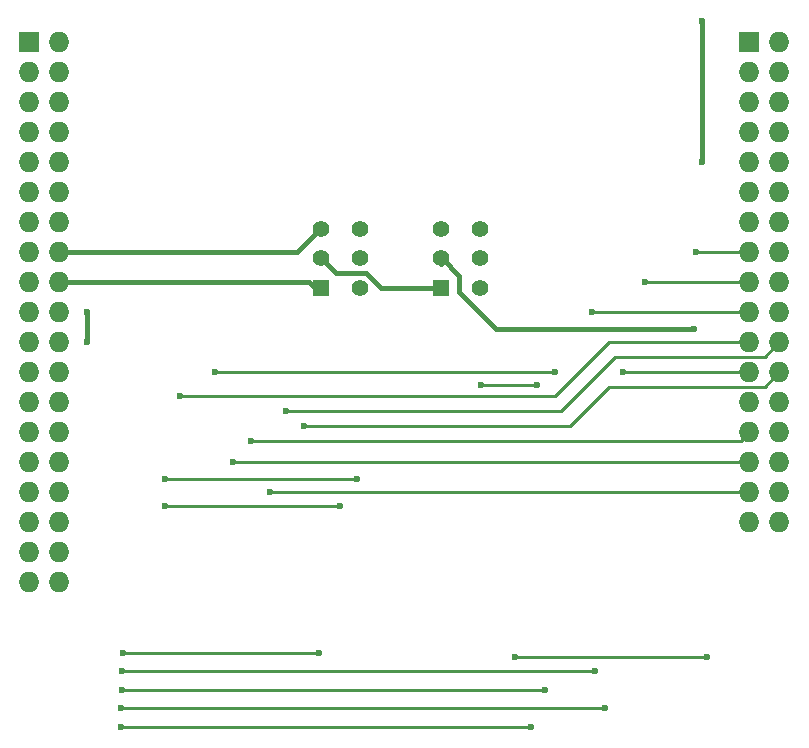
<source format=gbl>
G04 #@! TF.GenerationSoftware,KiCad,Pcbnew,5.0.1*
G04 #@! TF.CreationDate,2018-11-27T23:31:16+01:00*
G04 #@! TF.ProjectId,STM_Morpho,53544D5F4D6F7270686F2E6B69636164,rev?*
G04 #@! TF.SameCoordinates,Original*
G04 #@! TF.FileFunction,Copper,L2,Bot,Signal*
G04 #@! TF.FilePolarity,Positive*
%FSLAX46Y46*%
G04 Gerber Fmt 4.6, Leading zero omitted, Abs format (unit mm)*
G04 Created by KiCad (PCBNEW 5.0.1) date Tue 27 Nov 2018 11:31:16 PM CET*
%MOMM*%
%LPD*%
G01*
G04 APERTURE LIST*
G04 #@! TA.AperFunction,ComponentPad*
%ADD10O,1.727200X1.727200*%
G04 #@! TD*
G04 #@! TA.AperFunction,ComponentPad*
%ADD11R,1.727200X1.727200*%
G04 #@! TD*
G04 #@! TA.AperFunction,ComponentPad*
%ADD12R,1.400000X1.400000*%
G04 #@! TD*
G04 #@! TA.AperFunction,ComponentPad*
%ADD13C,1.400000*%
G04 #@! TD*
G04 #@! TA.AperFunction,ViaPad*
%ADD14C,0.600000*%
G04 #@! TD*
G04 #@! TA.AperFunction,Conductor*
%ADD15C,0.400000*%
G04 #@! TD*
G04 #@! TA.AperFunction,Conductor*
%ADD16C,0.250000*%
G04 #@! TD*
G04 APERTURE END LIST*
D10*
G04 #@! TO.P,CN10,34*
G04 #@! TO.N,A4*
X196750000Y-111880000D03*
G04 #@! TO.P,CN10,33*
G04 #@! TO.N,CLK*
X194210000Y-111880000D03*
G04 #@! TO.P,CN10,32*
G04 #@! TO.N,Net-(CN10-Pad32)*
X196750000Y-109340000D03*
G04 #@! TO.P,CN10,31*
G04 #@! TO.N,D3*
X194210000Y-109340000D03*
G04 #@! TO.P,CN10,30*
G04 #@! TO.N,PB13*
X196750000Y-106800000D03*
G04 #@! TO.P,CN10,29*
G04 #@! TO.N,D5*
X194210000Y-106800000D03*
G04 #@! TO.P,CN10,28*
G04 #@! TO.N,PB14*
X196750000Y-104260000D03*
G04 #@! TO.P,CN10,27*
G04 #@! TO.N,D4*
X194210000Y-104260000D03*
G04 #@! TO.P,CN10,26*
G04 #@! TO.N,PB15*
X196750000Y-101720000D03*
G04 #@! TO.P,CN10,25*
G04 #@! TO.N,PB10*
X194210000Y-101720000D03*
G04 #@! TO.P,CN10,24*
G04 #@! TO.N,D1*
X196750000Y-99180000D03*
G04 #@! TO.P,CN10,23*
G04 #@! TO.N,/CS*
X194210000Y-99180000D03*
G04 #@! TO.P,CN10,22*
G04 #@! TO.N,D2*
X196750000Y-96640000D03*
G04 #@! TO.P,CN10,21*
G04 #@! TO.N,/RES*
X194210000Y-96640000D03*
G04 #@! TO.P,CN10,20*
G04 #@! TO.N,GND*
X196750000Y-94100000D03*
G04 #@! TO.P,CN10,19*
G04 #@! TO.N,A7*
X194210000Y-94100000D03*
G04 #@! TO.P,CN10,18*
G04 #@! TO.N,Net-(CN10-Pad18)*
X196750000Y-91560000D03*
G04 #@! TO.P,CN10,17*
G04 #@! TO.N,D6*
X194210000Y-91560000D03*
G04 #@! TO.P,CN10,16*
G04 #@! TO.N,PB12*
X196750000Y-89020000D03*
G04 #@! TO.P,CN10,15*
G04 #@! TO.N,/RD*
X194210000Y-89020000D03*
G04 #@! TO.P,CN10,14*
G04 #@! TO.N,PA11*
X196750000Y-86480000D03*
G04 #@! TO.P,CN10,13*
G04 #@! TO.N,/WR*
X194210000Y-86480000D03*
G04 #@! TO.P,CN10,12*
G04 #@! TO.N,PA12*
X196750000Y-83940000D03*
G04 #@! TO.P,CN10,11*
G04 #@! TO.N,PA5*
X194210000Y-83940000D03*
G04 #@! TO.P,CN10,10*
G04 #@! TO.N,Net-(CN10-Pad10)*
X196750000Y-81400000D03*
G04 #@! TO.P,CN10,9*
G04 #@! TO.N,GND*
X194210000Y-81400000D03*
G04 #@! TO.P,CN10,8*
G04 #@! TO.N,Net-(CN10-Pad8)*
X196750000Y-78860000D03*
G04 #@! TO.P,CN10,7*
G04 #@! TO.N,Net-(CN10-Pad7)*
X194210000Y-78860000D03*
G04 #@! TO.P,CN10,6*
G04 #@! TO.N,A5*
X196750000Y-76320000D03*
G04 #@! TO.P,CN10,5*
G04 #@! TO.N,PB9*
X194210000Y-76320000D03*
G04 #@! TO.P,CN10,4*
G04 #@! TO.N,A6*
X196750000Y-73780000D03*
G04 #@! TO.P,CN10,3*
G04 #@! TO.N,PB8*
X194210000Y-73780000D03*
G04 #@! TO.P,CN10,2*
G04 #@! TO.N,A8*
X196750000Y-71240000D03*
D11*
G04 #@! TO.P,CN10,1*
G04 #@! TO.N,A9*
X194210000Y-71240000D03*
G04 #@! TD*
G04 #@! TO.P,CN7,1*
G04 #@! TO.N,A10*
X133250000Y-71240000D03*
D10*
G04 #@! TO.P,CN7,2*
G04 #@! TO.N,A11*
X135790000Y-71240000D03*
G04 #@! TO.P,CN7,3*
G04 #@! TO.N,A12*
X133250000Y-73780000D03*
G04 #@! TO.P,CN7,4*
G04 #@! TO.N,PD2*
X135790000Y-73780000D03*
G04 #@! TO.P,CN7,5*
G04 #@! TO.N,Net-(CN7-Pad5)*
X133250000Y-76320000D03*
G04 #@! TO.P,CN7,6*
G04 #@! TO.N,Net-(CN7-Pad6)*
X135790000Y-76320000D03*
G04 #@! TO.P,CN7,7*
G04 #@! TO.N,Net-(CN7-Pad7)*
X133250000Y-78860000D03*
G04 #@! TO.P,CN7,8*
G04 #@! TO.N,GND*
X135790000Y-78860000D03*
G04 #@! TO.P,CN7,9*
G04 #@! TO.N,Net-(CN7-Pad9)*
X133250000Y-81400000D03*
G04 #@! TO.P,CN7,10*
G04 #@! TO.N,Net-(CN7-Pad10)*
X135790000Y-81400000D03*
G04 #@! TO.P,CN7,11*
G04 #@! TO.N,Net-(CN7-Pad11)*
X133250000Y-83940000D03*
G04 #@! TO.P,CN7,12*
G04 #@! TO.N,Net-(CN7-Pad12)*
X135790000Y-83940000D03*
G04 #@! TO.P,CN7,13*
G04 #@! TO.N,PA13*
X133250000Y-86480000D03*
G04 #@! TO.P,CN7,14*
G04 #@! TO.N,Net-(CN7-Pad14)*
X135790000Y-86480000D03*
G04 #@! TO.P,CN7,15*
G04 #@! TO.N,PA14*
X133250000Y-89020000D03*
G04 #@! TO.P,CN7,16*
G04 #@! TO.N,3V3*
X135790000Y-89020000D03*
G04 #@! TO.P,CN7,17*
G04 #@! TO.N,PA15*
X133250000Y-91560000D03*
G04 #@! TO.P,CN7,18*
G04 #@! TO.N,5V*
X135790000Y-91560000D03*
G04 #@! TO.P,CN7,19*
G04 #@! TO.N,GND*
X133250000Y-94100000D03*
G04 #@! TO.P,CN7,20*
X135790000Y-94100000D03*
G04 #@! TO.P,CN7,21*
G04 #@! TO.N,D7*
X133250000Y-96640000D03*
G04 #@! TO.P,CN7,22*
G04 #@! TO.N,GND*
X135790000Y-96640000D03*
G04 #@! TO.P,CN7,23*
G04 #@! TO.N,A13*
X133250000Y-99180000D03*
G04 #@! TO.P,CN7,24*
G04 #@! TO.N,Net-(CN7-Pad24)*
X135790000Y-99180000D03*
G04 #@! TO.P,CN7,25*
G04 #@! TO.N,PC14*
X133250000Y-101720000D03*
G04 #@! TO.P,CN7,26*
G04 #@! TO.N,Net-(CN7-Pad26)*
X135790000Y-101720000D03*
G04 #@! TO.P,CN7,27*
G04 #@! TO.N,PC15*
X133250000Y-104260000D03*
G04 #@! TO.P,CN7,28*
G04 #@! TO.N,A14*
X135790000Y-104260000D03*
G04 #@! TO.P,CN7,29*
G04 #@! TO.N,Net-(CN7-Pad29)*
X133250000Y-106800000D03*
G04 #@! TO.P,CN7,30*
G04 #@! TO.N,A15*
X135790000Y-106800000D03*
G04 #@! TO.P,CN7,31*
G04 #@! TO.N,Net-(CN7-Pad31)*
X133250000Y-109340000D03*
G04 #@! TO.P,CN7,32*
G04 #@! TO.N,PA4*
X135790000Y-109340000D03*
G04 #@! TO.P,CN7,33*
G04 #@! TO.N,Net-(CN7-Pad33)*
X133250000Y-111880000D03*
G04 #@! TO.P,CN7,34*
G04 #@! TO.N,D0*
X135790000Y-111880000D03*
G04 #@! TO.P,CN7,35*
G04 #@! TO.N,A2*
X133250000Y-114420000D03*
G04 #@! TO.P,CN7,36*
G04 #@! TO.N,A1*
X135790000Y-114420000D03*
G04 #@! TO.P,CN7,37*
G04 #@! TO.N,A3*
X133250000Y-116960000D03*
G04 #@! TO.P,CN7,38*
G04 #@! TO.N,A0*
X135790000Y-116960000D03*
G04 #@! TD*
D12*
G04 #@! TO.P,SW1,1*
G04 #@! TO.N,5V*
X157940000Y-92060000D03*
D13*
G04 #@! TO.P,SW1,2*
G04 #@! TO.N,VCCS*
X157940000Y-89560000D03*
G04 #@! TO.P,SW1,3*
G04 #@! TO.N,3V3*
X157940000Y-87060000D03*
G04 #@! TO.P,SW1,4*
G04 #@! TO.N,N/C*
X161240000Y-92060000D03*
G04 #@! TO.P,SW1,5*
X161240000Y-89560000D03*
G04 #@! TO.P,SW1,6*
X161240000Y-87060000D03*
G04 #@! TD*
D12*
G04 #@! TO.P,SW2,1*
G04 #@! TO.N,VCCS*
X168100000Y-92060000D03*
D13*
G04 #@! TO.P,SW2,2*
G04 #@! TO.N,VCC*
X168100000Y-89560000D03*
G04 #@! TO.P,SW2,3*
G04 #@! TO.N,N/C*
X168100000Y-87060000D03*
G04 #@! TO.P,SW2,4*
X171400000Y-92060000D03*
G04 #@! TO.P,SW2,5*
X171400000Y-89560000D03*
G04 #@! TO.P,SW2,6*
X171400000Y-87060000D03*
G04 #@! TD*
D14*
G04 #@! TO.N,GND*
X190198000Y-69454000D03*
X190198000Y-81392000D03*
X138128000Y-94092000D03*
X138128000Y-96632000D03*
G04 #@! TO.N,A14*
X144750000Y-108250000D03*
X161000000Y-108250000D03*
G04 #@! TO.N,A15*
X144750000Y-110500000D03*
X159500000Y-110500000D03*
G04 #@! TO.N,D0*
X141200000Y-123000000D03*
X157800000Y-123000000D03*
G04 #@! TO.N,A2*
X141100000Y-126100000D03*
X176900000Y-126100000D03*
G04 #@! TO.N,A1*
X141100000Y-124500000D03*
X181100000Y-124500000D03*
G04 #@! TO.N,A3*
X141000000Y-129200000D03*
X175700000Y-129200000D03*
G04 #@! TO.N,A0*
X141000000Y-127600000D03*
X182000000Y-127600000D03*
G04 #@! TO.N,/RD*
X189690000Y-89012000D03*
G04 #@! TO.N,D6*
X185372000Y-91552000D03*
X177752000Y-99172000D03*
X149000000Y-99172000D03*
G04 #@! TO.N,A7*
X180900000Y-94100000D03*
X176250000Y-100250000D03*
X171500000Y-100250000D03*
G04 #@! TO.N,/RES*
X146000000Y-101204000D03*
G04 #@! TO.N,D2*
X155000000Y-102474000D03*
G04 #@! TO.N,/CS*
X183500000Y-99180000D03*
G04 #@! TO.N,D1*
X156508000Y-103744000D03*
G04 #@! TO.N,D4*
X152036000Y-105014000D03*
G04 #@! TO.N,D5*
X150520000Y-106800000D03*
G04 #@! TO.N,D3*
X153600000Y-109340000D03*
G04 #@! TO.N,A4*
X190600000Y-123300000D03*
X174400000Y-123300000D03*
G04 #@! TO.N,VCC*
X189500000Y-95500000D03*
G04 #@! TD*
D15*
G04 #@! TO.N,GND*
X190198000Y-81392000D02*
X190198000Y-69454000D01*
X138128000Y-96632000D02*
X138128000Y-94092000D01*
G04 #@! TO.N,3V3*
X157940000Y-87060000D02*
X157860000Y-87060000D01*
X157860000Y-87060000D02*
X155900000Y-89020000D01*
X155900000Y-89020000D02*
X135790000Y-89020000D01*
G04 #@! TO.N,5V*
X157940000Y-92060000D02*
X157432000Y-92060000D01*
X157432000Y-92060000D02*
X156932000Y-91560000D01*
X156932000Y-91560000D02*
X135790000Y-91560000D01*
D16*
G04 #@! TO.N,A14*
X144750000Y-108250000D02*
X161000000Y-108250000D01*
X161000000Y-108250000D02*
X161000000Y-108250000D01*
G04 #@! TO.N,A15*
X144750000Y-110500000D02*
X159500000Y-110500000D01*
X159500000Y-110500000D02*
X159500000Y-110500000D01*
G04 #@! TO.N,D0*
X136104000Y-111880000D02*
X135790000Y-111880000D01*
X141200000Y-123000000D02*
X157800000Y-123000000D01*
X157800000Y-123000000D02*
X157800000Y-123000000D01*
G04 #@! TO.N,A2*
X141100000Y-126100000D02*
X176900000Y-126100000D01*
X176900000Y-126100000D02*
X176900000Y-126100000D01*
G04 #@! TO.N,A1*
X141100000Y-124500000D02*
X181100000Y-124500000D01*
X181100000Y-124500000D02*
X181100000Y-124500000D01*
G04 #@! TO.N,A3*
X141000000Y-129200000D02*
X175700000Y-129200000D01*
X175700000Y-129200000D02*
X175700000Y-129200000D01*
G04 #@! TO.N,A0*
X141000000Y-127600000D02*
X141424264Y-127600000D01*
X141424264Y-127600000D02*
X182000000Y-127600000D01*
X182000000Y-127600000D02*
X182000000Y-127600000D01*
G04 #@! TO.N,/RD*
X189698000Y-89020000D02*
X194210000Y-89020000D01*
X189690000Y-89012000D02*
X189698000Y-89020000D01*
G04 #@! TO.N,D6*
X185380000Y-91560000D02*
X194210000Y-91560000D01*
X185372000Y-91552000D02*
X185380000Y-91560000D01*
X149000000Y-99172000D02*
X149000000Y-99172000D01*
X149000000Y-99172000D02*
X177752000Y-99172000D01*
G04 #@! TO.N,A7*
X194210000Y-94100000D02*
X180900000Y-94100000D01*
X180900000Y-94100000D02*
X180900000Y-94100000D01*
X176250000Y-100250000D02*
X171500000Y-100250000D01*
X171500000Y-100250000D02*
X171500000Y-100250000D01*
G04 #@! TO.N,/RES*
X182324000Y-96632000D02*
X194202000Y-96632000D01*
X177752000Y-101204000D02*
X182324000Y-96632000D01*
X177244000Y-101204000D02*
X177752000Y-101204000D01*
X176736000Y-101204000D02*
X177244000Y-101204000D01*
X146000000Y-101204000D02*
X146000000Y-101204000D01*
X194202000Y-96632000D02*
X194210000Y-96640000D01*
X146000000Y-101204000D02*
X176736000Y-101204000D01*
G04 #@! TO.N,D2*
X195488000Y-97902000D02*
X196750000Y-96640000D01*
X182832000Y-97902000D02*
X195488000Y-97902000D01*
X178260000Y-102474000D02*
X182832000Y-97902000D01*
X155000000Y-102474000D02*
X155000000Y-102474000D01*
X196750000Y-96938000D02*
X196750000Y-96640000D01*
X155000000Y-102474000D02*
X178260000Y-102474000D01*
G04 #@! TO.N,/CS*
X183500000Y-99180000D02*
X183500000Y-99180000D01*
X183500000Y-99180000D02*
X194210000Y-99180000D01*
G04 #@! TO.N,D1*
X195488000Y-100442000D02*
X196750000Y-99180000D01*
X182324000Y-100442000D02*
X195488000Y-100442000D01*
X179022000Y-103744000D02*
X182324000Y-100442000D01*
X156508000Y-103744000D02*
X156508000Y-103744000D01*
X156508000Y-103744000D02*
X179022000Y-103744000D01*
G04 #@! TO.N,D4*
X194262000Y-104252000D02*
X194202000Y-104252000D01*
X193500000Y-105014000D02*
X194262000Y-104252000D01*
X152036000Y-105014000D02*
X152036000Y-105014000D01*
X194202000Y-104252000D02*
X194210000Y-104260000D01*
X152036000Y-105014000D02*
X193500000Y-105014000D01*
G04 #@! TO.N,D5*
X150520000Y-106800000D02*
X150520000Y-106800000D01*
X150520000Y-106800000D02*
X194210000Y-106800000D01*
G04 #@! TO.N,D3*
X153600000Y-109340000D02*
X153600000Y-109340000D01*
X153600000Y-109340000D02*
X194210000Y-109340000D01*
G04 #@! TO.N,A4*
X196750000Y-111924000D02*
X196750000Y-111880000D01*
X190600000Y-123300000D02*
X174400000Y-123300000D01*
X174400000Y-123300000D02*
X174400000Y-123300000D01*
D15*
G04 #@! TO.N,VCC*
X169624000Y-91044000D02*
X168140000Y-89560000D01*
X168100000Y-89560000D02*
X168140000Y-89560000D01*
X168100000Y-89560000D02*
X168100000Y-90028000D01*
X169624000Y-91044000D02*
X169624000Y-92374000D01*
X169624000Y-92374000D02*
X172750000Y-95500000D01*
X172750000Y-95500000D02*
X189500000Y-95500000D01*
X189500000Y-95500000D02*
X189500000Y-95500000D01*
G04 #@! TO.N,VCCS*
X168100000Y-92060000D02*
X163020000Y-92060000D01*
X163020000Y-92060000D02*
X161750000Y-90790000D01*
X161750000Y-90790000D02*
X159170000Y-90790000D01*
X159170000Y-90790000D02*
X157940000Y-89560000D01*
G04 #@! TD*
M02*

</source>
